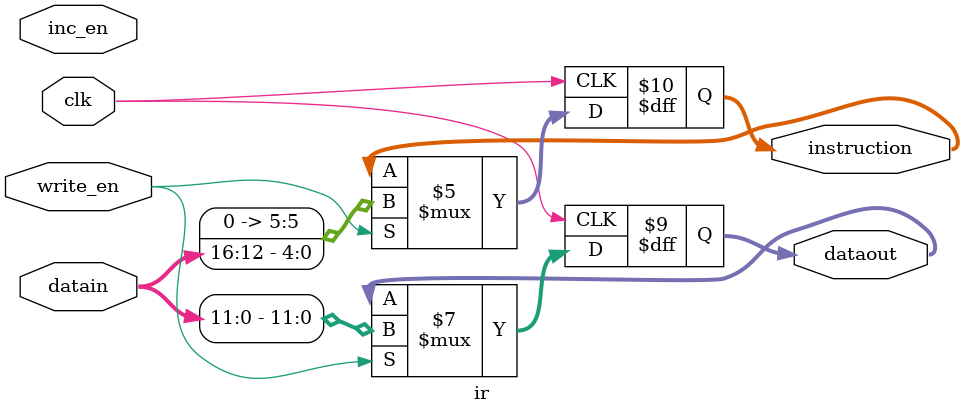
<source format=v>

module ir #(
    parameter N=17
) (
    input clk,
    input write_en,
    // input read_en,
    input [N-1:0] datain,
    input inc_en,
    output reg [11:0] dataout = 12'd0,
    output reg [5:0] instruction = 6'd0
    
);

    always @(posedge clk) begin
        if (write_en == 1)
        begin
            dataout <= datain[11:0];//lower half is feed to bus
            instruction <= {1'd0,datain[16:12]};//higher half is the instruction
        end
        // if (read_en == 4'd4)
        //     dataout <= datain[11:0];//lower half is feed to bus for either ar or pc
    end
    
endmodule
</source>
